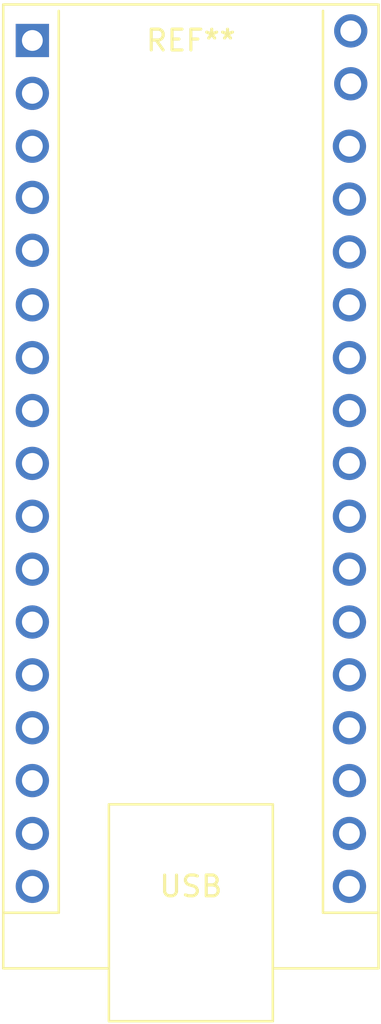
<source format=kicad_pcb>
(kicad_pcb (version 20241229) (generator "pcbnew") (generator_version "9.0")
  (layers (0 "F.Cu" signal) (2 "B.Cu" signal) (13 "F.Paste" user) (15 "B.Paste" user) (5 "F.SilkS" user "F.Silkscreen") (7 "B.SilkS" user "B.Silkscreen") (1 "F.Mask" user) (3 "B.Mask" user) (25 "Edge.Cuts" user))
  (net 0 "")
  (footprint "Arduino:Arduino_Micro" (layer "F.Cu") (at 152.5 57)
    (property "Reference" "REF**" (at 7.62 -5.08 0) (layer "F.SilkS"))
    (property "Value" "Arduino_Micro")
    (fp_line (start -1.4 -6.81) (end -1.4 39.5) (stroke (width 0.12)) (layer "F.SilkS"))
    (fp_line (start -1.4 39.5) (end 3.68 39.5) (stroke (width 0.12)) (layer "F.SilkS"))
    (fp_line (start 1.27 -6.5) (end 1.27 36.83) (stroke (width 0.12)) (layer "F.SilkS"))
    (fp_line (start 1.27 36.83) (end -1.4 36.83) (stroke (width 0.12)) (layer "F.SilkS"))
    (fp_line (start 3.68 31.62) (end 11.56 31.62) (stroke (width 0.12)) (layer "F.SilkS"))
    (fp_line (start 3.68 42.04) (end 3.68 31.62) (stroke (width 0.12)) (layer "F.SilkS"))
    (fp_line (start 11.56 31.62) (end 11.56 42.04) (stroke (width 0.12)) (layer "F.SilkS"))
    (fp_line (start 11.56 42.04) (end 3.68 42.04) (stroke (width 0.12)) (layer "F.SilkS"))
    (fp_line (start 13.97 -6.5) (end 13.97 36.83) (stroke (width 0.12)) (layer "F.SilkS"))
    (fp_line (start 13.97 36.83) (end 16.64 36.83) (stroke (width 0.12)) (layer "F.SilkS"))
    (fp_line (start 16.575 -6.81) (end -1.4 -6.81) (stroke (width 0.12)) (layer "F.SilkS"))
    (fp_line (start 16.64 39.5) (end 11.56 39.5) (stroke (width 0.12)) (layer "F.SilkS"))
    (fp_line (start 16.64 39.5) (end 16.64 -6.81) (stroke (width 0.12)) (layer "F.SilkS"))
    (fp_text user "USB" (at 7.62 35.56 0) (layer "F.SilkS"))
    (pad "1" thru_hole rect (at 0 -5.08) (size 1.6 1.6) (drill 1) (layers "*.Cu" "*.Mask"))
    (pad "2" thru_hole oval (at 0 -2.54) (size 1.6 1.6) (drill 1) (layers "*.Cu" "*.Mask"))
    (pad "2" thru_hole oval (at 15.305 -5.54) (size 1.6 1.6) (drill 1) (layers "*.Cu" "*.Mask"))
    (pad "3" thru_hole oval (at 0 0) (size 1.6 1.6) (drill 1) (layers "*.Cu" "*.Mask"))
    (pad "3" thru_hole oval (at 15.305 -3) (size 1.6 1.6) (drill 1) (layers "*.Cu" "*.Mask"))
    (pad "4" thru_hole oval (at 0 2.46) (size 1.6 1.6) (drill 1) (layers "*.Cu" "*.Mask"))
    (pad "4" thru_hole oval (at 0 7.62) (size 1.6 1.6) (drill 1) (layers "*.Cu" "*.Mask"))
    (pad "5" thru_hole oval (at 0 5) (size 1.6 1.6) (drill 1) (layers "*.Cu" "*.Mask"))
    (pad "5" thru_hole oval (at 0 10.16) (size 1.6 1.6) (drill 1) (layers "*.Cu" "*.Mask"))
    (pad "6" thru_hole oval (at 0 12.7) (size 1.6 1.6) (drill 1) (layers "*.Cu" "*.Mask"))
    (pad "7" thru_hole oval (at 0 15.24) (size 1.6 1.6) (drill 1) (layers "*.Cu" "*.Mask"))
    (pad "8" thru_hole oval (at 0 17.78) (size 1.6 1.6) (drill 1) (layers "*.Cu" "*.Mask"))
    (pad "9" thru_hole oval (at 0 20.32) (size 1.6 1.6) (drill 1) (layers "*.Cu" "*.Mask"))
    (pad "10" thru_hole oval (at 0 22.86) (size 1.6 1.6) (drill 1) (layers "*.Cu" "*.Mask"))
    (pad "11" thru_hole oval (at 0 25.4) (size 1.6 1.6) (drill 1) (layers "*.Cu" "*.Mask"))
    (pad "12" thru_hole oval (at 0 27.94) (size 1.6 1.6) (drill 1) (layers "*.Cu" "*.Mask"))
    (pad "13" thru_hole oval (at 0 30.48) (size 1.6 1.6) (drill 1) (layers "*.Cu" "*.Mask"))
    (pad "14" thru_hole oval (at 0 33.02) (size 1.6 1.6) (drill 1) (layers "*.Cu" "*.Mask"))
    (pad "15" thru_hole oval (at 0 35.56) (size 1.6 1.6) (drill 1) (layers "*.Cu" "*.Mask"))
    (pad "16" thru_hole oval (at 15.24 35.56) (size 1.6 1.6) (drill 1) (layers "*.Cu" "*.Mask"))
    (pad "17" thru_hole oval (at 15.24 33.02) (size 1.6 1.6) (drill 1) (layers "*.Cu" "*.Mask"))
    (pad "18" thru_hole oval (at 15.24 30.48) (size 1.6 1.6) (drill 1) (layers "*.Cu" "*.Mask"))
    (pad "19" thru_hole oval (at 15.24 27.94) (size 1.6 1.6) (drill 1) (layers "*.Cu" "*.Mask"))
    (pad "20" thru_hole oval (at 15.24 25.4) (size 1.6 1.6) (drill 1) (layers "*.Cu" "*.Mask"))
    (pad "21" thru_hole oval (at 15.24 22.86) (size 1.6 1.6) (drill 1) (layers "*.Cu" "*.Mask"))
    (pad "22" thru_hole oval (at 15.24 20.32) (size 1.6 1.6) (drill 1) (layers "*.Cu" "*.Mask"))
    (pad "23" thru_hole oval (at 15.24 17.78) (size 1.6 1.6) (drill 1) (layers "*.Cu" "*.Mask"))
    (pad "24" thru_hole oval (at 15.24 15.24) (size 1.6 1.6) (drill 1) (layers "*.Cu" "*.Mask"))
    (pad "25" thru_hole oval (at 15.24 12.7) (size 1.6 1.6) (drill 1) (layers "*.Cu" "*.Mask"))
    (pad "26" thru_hole oval (at 15.24 10.16) (size 1.6 1.6) (drill 1) (layers "*.Cu" "*.Mask"))
    (pad "27" thru_hole oval (at 15.24 7.62) (size 1.6 1.6) (drill 1) (layers "*.Cu" "*.Mask"))
    (pad "28" thru_hole oval (at 15.24 5.08) (size 1.6 1.6) (drill 1) (layers "*.Cu" "*.Mask"))
    (pad "29" thru_hole oval (at 15.24 2.54) (size 1.6 1.6) (drill 1) (layers "*.Cu" "*.Mask"))
    (pad "30" thru_hole oval (at 15.24 0) (size 1.6 1.6) (drill 1) (layers "*.Cu" "*.Mask"))
  )
)
</source>
